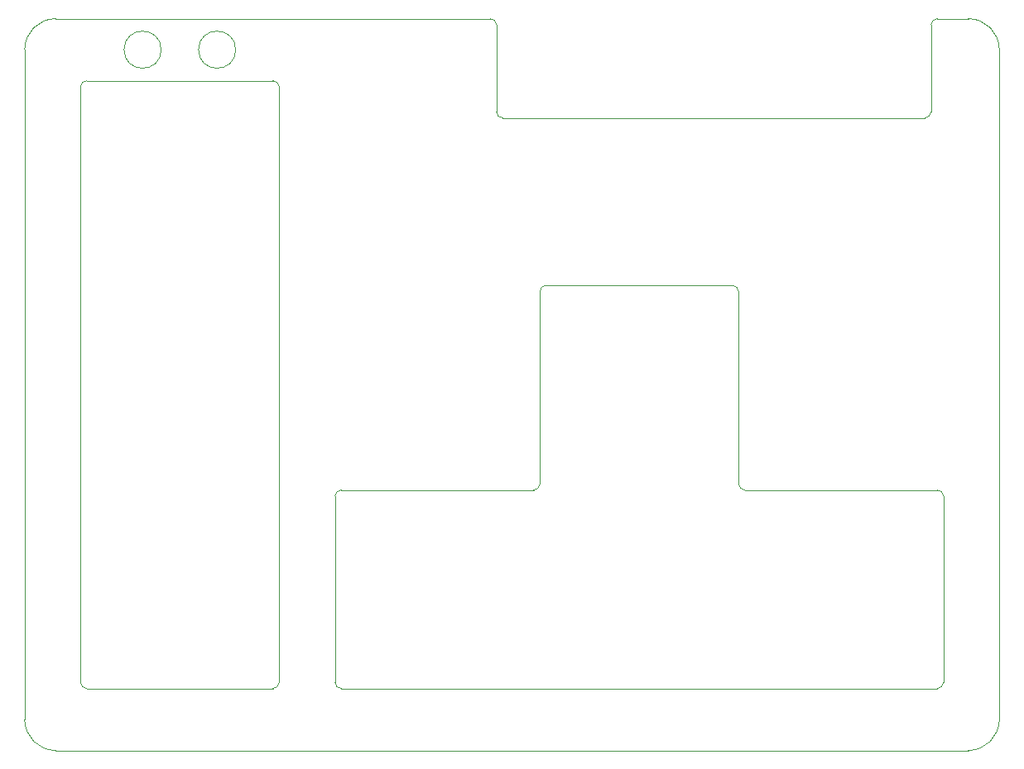
<source format=gm1>
G04 #@! TF.GenerationSoftware,KiCad,Pcbnew,(5.1.8)-1*
G04 #@! TF.CreationDate,2021-03-09T01:55:28+01:00*
G04 #@! TF.ProjectId,C64 Joykey Faceplate A1,43363420-4a6f-4796-9b65-792046616365,rev?*
G04 #@! TF.SameCoordinates,Original*
G04 #@! TF.FileFunction,Profile,NP*
%FSLAX46Y46*%
G04 Gerber Fmt 4.6, Leading zero omitted, Abs format (unit mm)*
G04 Created by KiCad (PCBNEW (5.1.8)-1) date 2021-03-09 01:55:28*
%MOMM*%
%LPD*%
G01*
G04 APERTURE LIST*
G04 #@! TA.AperFunction,Profile*
%ADD10C,0.050000*%
G04 #@! TD*
G04 APERTURE END LIST*
D10*
X162555000Y-85725000D02*
G75*
G03*
X162555000Y-85725000I-1900000J0D01*
G01*
X154935000Y-85725000D02*
G75*
G03*
X154935000Y-85725000I-1900000J0D01*
G01*
X189865000Y-92710000D02*
G75*
G02*
X189230000Y-92075000I0J635000D01*
G01*
X189865000Y-92710000D02*
X233045000Y-92710000D01*
X189230000Y-92075000D02*
X189230000Y-83185000D01*
X234315000Y-82550000D02*
X237490000Y-82550000D01*
X233680000Y-92075000D02*
X233680000Y-83185000D01*
X233680000Y-83185000D02*
G75*
G02*
X234315000Y-82550000I635000J0D01*
G01*
X188595000Y-82550000D02*
G75*
G02*
X189230000Y-83185000I0J-635000D01*
G01*
X233680000Y-92075000D02*
G75*
G02*
X233045000Y-92710000I-635000J0D01*
G01*
X237490000Y-82550000D02*
G75*
G02*
X240665000Y-85725000I0J-3175000D01*
G01*
X140970000Y-85725000D02*
G75*
G02*
X144145000Y-82550000I3175000J0D01*
G01*
X146685000Y-89535000D02*
X146685000Y-150495000D01*
X166370000Y-88900000D02*
X147320000Y-88900000D01*
X167005000Y-150495000D02*
X167005000Y-89535000D01*
X147320000Y-151130000D02*
X166370000Y-151130000D01*
X172720000Y-150495000D02*
X172720000Y-131445000D01*
X234315000Y-151130000D02*
X173355000Y-151130000D01*
X234950000Y-131445000D02*
X234950000Y-150495000D01*
X214630000Y-130810000D02*
X234315000Y-130810000D01*
X213995000Y-110490000D02*
X213995000Y-130175000D01*
X194310000Y-109855000D02*
X213360000Y-109855000D01*
X193675000Y-130175000D02*
X193675000Y-110490000D01*
X173355000Y-130810000D02*
X193040000Y-130810000D01*
X172720000Y-131445000D02*
G75*
G02*
X173355000Y-130810000I635000J0D01*
G01*
X214630000Y-130810000D02*
G75*
G02*
X213995000Y-130175000I0J635000D01*
G01*
X193675000Y-130175000D02*
G75*
G02*
X193040000Y-130810000I-635000J0D01*
G01*
X193675000Y-110490000D02*
G75*
G02*
X194310000Y-109855000I635000J0D01*
G01*
X213360000Y-109855000D02*
G75*
G02*
X213995000Y-110490000I0J-635000D01*
G01*
X234315000Y-130810000D02*
G75*
G02*
X234950000Y-131445000I0J-635000D01*
G01*
X173355000Y-151130000D02*
G75*
G02*
X172720000Y-150495000I0J635000D01*
G01*
X166370000Y-88900000D02*
G75*
G02*
X167005000Y-89535000I0J-635000D01*
G01*
X146685000Y-89535000D02*
G75*
G02*
X147320000Y-88900000I635000J0D01*
G01*
X234950000Y-150495000D02*
G75*
G02*
X234315000Y-151130000I-635000J0D01*
G01*
X167005000Y-150495000D02*
G75*
G02*
X166370000Y-151130000I-635000J0D01*
G01*
X147320000Y-151130000D02*
G75*
G02*
X146685000Y-150495000I0J635000D01*
G01*
X240665000Y-154305000D02*
G75*
G02*
X237490000Y-157480000I-3175000J0D01*
G01*
X144145000Y-157480000D02*
G75*
G02*
X140970000Y-154305000I0J3175000D01*
G01*
X240665000Y-85725000D02*
X240665000Y-154305000D01*
X144145000Y-82550000D02*
X188595000Y-82550000D01*
X140970000Y-154305000D02*
X140970000Y-85725000D01*
X237490000Y-157480000D02*
X144145000Y-157480000D01*
M02*

</source>
